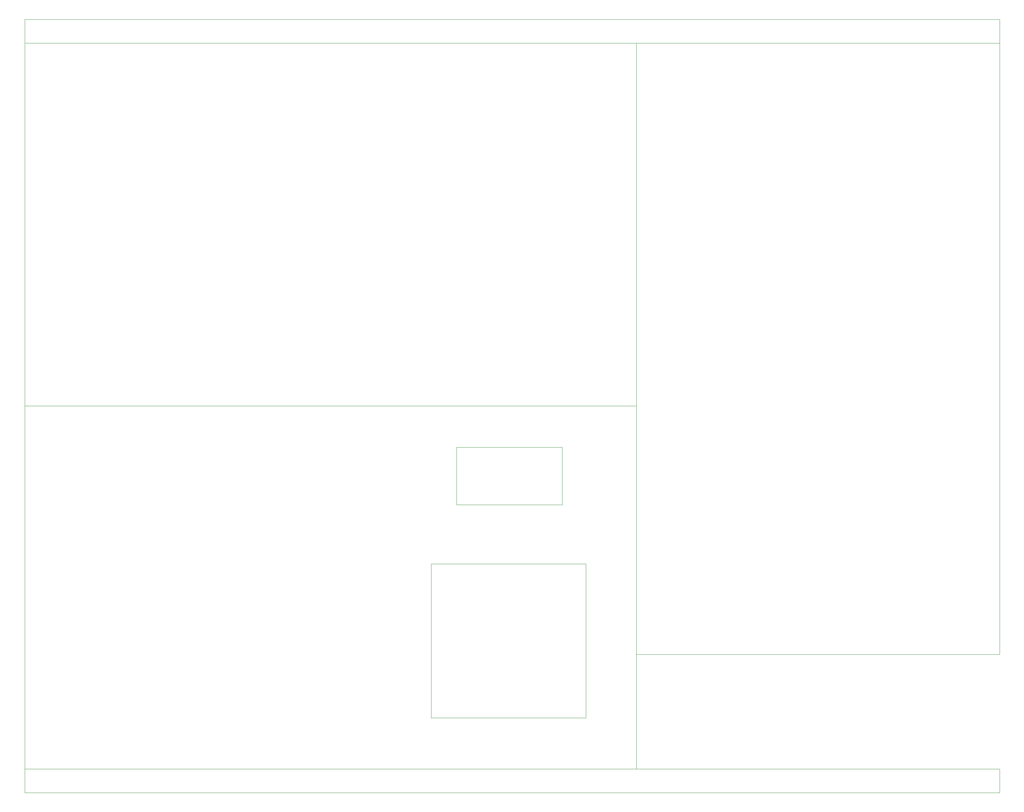
<source format=gbr>
%TF.GenerationSoftware,KiCad,Pcbnew,9.0.1*%
%TF.CreationDate,2025-08-14T15:11:16+01:00*%
%TF.ProjectId,MC8P_MIDI_CONTROLLER,4d433850-5f4d-4494-9449-5f434f4e5452,rev?*%
%TF.SameCoordinates,Original*%
%TF.FileFunction,Profile,NP*%
%FSLAX46Y46*%
G04 Gerber Fmt 4.6, Leading zero omitted, Abs format (unit mm)*
G04 Created by KiCad (PCBNEW 9.0.1) date 2025-08-14 15:11:16*
%MOMM*%
%LPD*%
G01*
G04 APERTURE LIST*
%TA.AperFunction,Profile*%
%ADD10C,0.050000*%
%TD*%
%TA.AperFunction,Profile*%
%ADD11C,0.100000*%
%TD*%
G04 APERTURE END LIST*
D10*
X30000000Y-214000000D02*
X277000000Y-214000000D01*
X277000000Y-220000000D01*
X30000000Y-220000000D01*
X30000000Y-214000000D01*
X30000000Y-24000000D02*
X277000000Y-24000000D01*
X277000000Y-30000000D01*
X30000000Y-30000000D01*
X30000000Y-24000000D01*
D11*
X276980000Y-30000000D02*
X184980000Y-30000000D01*
X184980000Y-184980000D01*
X276980000Y-184980000D01*
X276980000Y-30000000D01*
X139440000Y-132505000D02*
X166140000Y-132505000D01*
X166140000Y-147000000D01*
X139440000Y-147000000D01*
X139440000Y-132505000D01*
X30000000Y-122000000D02*
X184980000Y-122000000D01*
X184980000Y-214000000D01*
X30000000Y-214000000D01*
X30000000Y-122000000D01*
X132980000Y-162000000D02*
X172235000Y-162000000D01*
X172235000Y-201025000D01*
X132980000Y-201025000D01*
X132980000Y-162000000D01*
X30000000Y-30000000D02*
X184980000Y-30000000D01*
X184980000Y-122000000D01*
X30000000Y-122000000D01*
X30000000Y-30000000D01*
M02*

</source>
